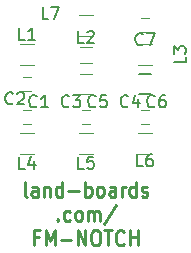
<source format=gto>
G04 #@! TF.FileFunction,Legend,Top*
%FSLAX46Y46*%
G04 Gerber Fmt 4.6, Leading zero omitted, Abs format (unit mm)*
G04 Created by KiCad (PCBNEW (after 2015-mar-04 BZR unknown)-product) date 4/20/2017 4:49:57 PM*
%MOMM*%
G01*
G04 APERTURE LIST*
%ADD10C,0.150000*%
%ADD11C,0.285750*%
%ADD12C,0.120000*%
%ADD13C,0.152400*%
G04 APERTURE END LIST*
D10*
D11*
X8992572Y-17010774D02*
X8883714Y-16950298D01*
X8829286Y-16829345D01*
X8829286Y-15740774D01*
X9917857Y-17010774D02*
X9917857Y-16345536D01*
X9863428Y-16224583D01*
X9754571Y-16164107D01*
X9536857Y-16164107D01*
X9428000Y-16224583D01*
X9917857Y-16950298D02*
X9809000Y-17010774D01*
X9536857Y-17010774D01*
X9428000Y-16950298D01*
X9373571Y-16829345D01*
X9373571Y-16708393D01*
X9428000Y-16587440D01*
X9536857Y-16526964D01*
X9809000Y-16526964D01*
X9917857Y-16466488D01*
X10462143Y-16164107D02*
X10462143Y-17010774D01*
X10462143Y-16285060D02*
X10516571Y-16224583D01*
X10625429Y-16164107D01*
X10788714Y-16164107D01*
X10897571Y-16224583D01*
X10952000Y-16345536D01*
X10952000Y-17010774D01*
X11986143Y-17010774D02*
X11986143Y-15740774D01*
X11986143Y-16950298D02*
X11877286Y-17010774D01*
X11659572Y-17010774D01*
X11550714Y-16950298D01*
X11496286Y-16889821D01*
X11441857Y-16768869D01*
X11441857Y-16406012D01*
X11496286Y-16285060D01*
X11550714Y-16224583D01*
X11659572Y-16164107D01*
X11877286Y-16164107D01*
X11986143Y-16224583D01*
X12530429Y-16526964D02*
X13401286Y-16526964D01*
X13945572Y-17010774D02*
X13945572Y-15740774D01*
X13945572Y-16224583D02*
X14054429Y-16164107D01*
X14272143Y-16164107D01*
X14381000Y-16224583D01*
X14435429Y-16285060D01*
X14489858Y-16406012D01*
X14489858Y-16768869D01*
X14435429Y-16889821D01*
X14381000Y-16950298D01*
X14272143Y-17010774D01*
X14054429Y-17010774D01*
X13945572Y-16950298D01*
X15143001Y-17010774D02*
X15034143Y-16950298D01*
X14979715Y-16889821D01*
X14925286Y-16768869D01*
X14925286Y-16406012D01*
X14979715Y-16285060D01*
X15034143Y-16224583D01*
X15143001Y-16164107D01*
X15306286Y-16164107D01*
X15415143Y-16224583D01*
X15469572Y-16285060D01*
X15524001Y-16406012D01*
X15524001Y-16768869D01*
X15469572Y-16889821D01*
X15415143Y-16950298D01*
X15306286Y-17010774D01*
X15143001Y-17010774D01*
X16503715Y-17010774D02*
X16503715Y-16345536D01*
X16449286Y-16224583D01*
X16340429Y-16164107D01*
X16122715Y-16164107D01*
X16013858Y-16224583D01*
X16503715Y-16950298D02*
X16394858Y-17010774D01*
X16122715Y-17010774D01*
X16013858Y-16950298D01*
X15959429Y-16829345D01*
X15959429Y-16708393D01*
X16013858Y-16587440D01*
X16122715Y-16526964D01*
X16394858Y-16526964D01*
X16503715Y-16466488D01*
X17048001Y-17010774D02*
X17048001Y-16164107D01*
X17048001Y-16406012D02*
X17102429Y-16285060D01*
X17156858Y-16224583D01*
X17265715Y-16164107D01*
X17374572Y-16164107D01*
X18245429Y-17010774D02*
X18245429Y-15740774D01*
X18245429Y-16950298D02*
X18136572Y-17010774D01*
X17918858Y-17010774D01*
X17810000Y-16950298D01*
X17755572Y-16889821D01*
X17701143Y-16768869D01*
X17701143Y-16406012D01*
X17755572Y-16285060D01*
X17810000Y-16224583D01*
X17918858Y-16164107D01*
X18136572Y-16164107D01*
X18245429Y-16224583D01*
X18735286Y-16950298D02*
X18844143Y-17010774D01*
X19061858Y-17010774D01*
X19170715Y-16950298D01*
X19225143Y-16829345D01*
X19225143Y-16768869D01*
X19170715Y-16647917D01*
X19061858Y-16587440D01*
X18898572Y-16587440D01*
X18789715Y-16526964D01*
X18735286Y-16406012D01*
X18735286Y-16345536D01*
X18789715Y-16224583D01*
X18898572Y-16164107D01*
X19061858Y-16164107D01*
X19170715Y-16224583D01*
X11632357Y-18953571D02*
X11686785Y-19014048D01*
X11632357Y-19074524D01*
X11577928Y-19014048D01*
X11632357Y-18953571D01*
X11632357Y-19074524D01*
X12666500Y-19014048D02*
X12557643Y-19074524D01*
X12339929Y-19074524D01*
X12231071Y-19014048D01*
X12176643Y-18953571D01*
X12122214Y-18832619D01*
X12122214Y-18469762D01*
X12176643Y-18348810D01*
X12231071Y-18288333D01*
X12339929Y-18227857D01*
X12557643Y-18227857D01*
X12666500Y-18288333D01*
X13319643Y-19074524D02*
X13210785Y-19014048D01*
X13156357Y-18953571D01*
X13101928Y-18832619D01*
X13101928Y-18469762D01*
X13156357Y-18348810D01*
X13210785Y-18288333D01*
X13319643Y-18227857D01*
X13482928Y-18227857D01*
X13591785Y-18288333D01*
X13646214Y-18348810D01*
X13700643Y-18469762D01*
X13700643Y-18832619D01*
X13646214Y-18953571D01*
X13591785Y-19014048D01*
X13482928Y-19074524D01*
X13319643Y-19074524D01*
X14190500Y-19074524D02*
X14190500Y-18227857D01*
X14190500Y-18348810D02*
X14244928Y-18288333D01*
X14353786Y-18227857D01*
X14517071Y-18227857D01*
X14625928Y-18288333D01*
X14680357Y-18409286D01*
X14680357Y-19074524D01*
X14680357Y-18409286D02*
X14734786Y-18288333D01*
X14843643Y-18227857D01*
X15006928Y-18227857D01*
X15115786Y-18288333D01*
X15170214Y-18409286D01*
X15170214Y-19074524D01*
X16530928Y-17744048D02*
X15551214Y-19376905D01*
X9999500Y-20473036D02*
X9618500Y-20473036D01*
X9618500Y-21138274D02*
X9618500Y-19868274D01*
X10162786Y-19868274D01*
X10598214Y-21138274D02*
X10598214Y-19868274D01*
X10979214Y-20775417D01*
X11360214Y-19868274D01*
X11360214Y-21138274D01*
X11904500Y-20654464D02*
X12775357Y-20654464D01*
X13319643Y-21138274D02*
X13319643Y-19868274D01*
X13972786Y-21138274D01*
X13972786Y-19868274D01*
X14734786Y-19868274D02*
X14952500Y-19868274D01*
X15061358Y-19928750D01*
X15170215Y-20049702D01*
X15224643Y-20291607D01*
X15224643Y-20714940D01*
X15170215Y-20956845D01*
X15061358Y-21077798D01*
X14952500Y-21138274D01*
X14734786Y-21138274D01*
X14625929Y-21077798D01*
X14517072Y-20956845D01*
X14462643Y-20714940D01*
X14462643Y-20291607D01*
X14517072Y-20049702D01*
X14625929Y-19928750D01*
X14734786Y-19868274D01*
X15551215Y-19868274D02*
X16204358Y-19868274D01*
X15877787Y-21138274D02*
X15877787Y-19868274D01*
X17238501Y-21017321D02*
X17184072Y-21077798D01*
X17020786Y-21138274D01*
X16911929Y-21138274D01*
X16748644Y-21077798D01*
X16639786Y-20956845D01*
X16585358Y-20835893D01*
X16530929Y-20593988D01*
X16530929Y-20412560D01*
X16585358Y-20170655D01*
X16639786Y-20049702D01*
X16748644Y-19928750D01*
X16911929Y-19868274D01*
X17020786Y-19868274D01*
X17184072Y-19928750D01*
X17238501Y-19989226D01*
X17728358Y-21138274D02*
X17728358Y-19868274D01*
X17728358Y-20473036D02*
X18381501Y-20473036D01*
X18381501Y-21138274D02*
X18381501Y-19868274D01*
D10*
X18500000Y-8350000D02*
X19500000Y-8350000D01*
X19500000Y-6650000D02*
X18500000Y-6650000D01*
D12*
X9600000Y-5880000D02*
X8400000Y-5880000D01*
X8400000Y-4120000D02*
X9600000Y-4120000D01*
X19600000Y-5880000D02*
X18400000Y-5880000D01*
X18400000Y-4120000D02*
X19600000Y-4120000D01*
X8400000Y-11620000D02*
X9600000Y-11620000D01*
X9600000Y-13380000D02*
X8400000Y-13380000D01*
X13400000Y-11620000D02*
X14600000Y-11620000D01*
X14600000Y-13380000D02*
X13400000Y-13380000D01*
X18400000Y-11620000D02*
X19600000Y-11620000D01*
X19600000Y-13380000D02*
X18400000Y-13380000D01*
X13400000Y-1620000D02*
X14600000Y-1620000D01*
X14600000Y-3380000D02*
X13400000Y-3380000D01*
X13500000Y-8350000D02*
X14500000Y-8350000D01*
X14500000Y-6650000D02*
X13500000Y-6650000D01*
X8650000Y-9650000D02*
X9350000Y-9650000D01*
X9350000Y-10850000D02*
X8650000Y-10850000D01*
X9350000Y-8100000D02*
X8650000Y-8100000D01*
X8650000Y-6900000D02*
X9350000Y-6900000D01*
X13650000Y-9650000D02*
X14350000Y-9650000D01*
X14350000Y-10850000D02*
X13650000Y-10850000D01*
X18650000Y-9650000D02*
X19350000Y-9650000D01*
X19350000Y-10850000D02*
X18650000Y-10850000D01*
X19350000Y-3100000D02*
X18650000Y-3100000D01*
X18650000Y-1900000D02*
X19350000Y-1900000D01*
X14500000Y-5680000D02*
X13500000Y-5680000D01*
X13500000Y-4320000D02*
X14500000Y-4320000D01*
D13*
X17580667Y-9362857D02*
X17532286Y-9411238D01*
X17387143Y-9459619D01*
X17290381Y-9459619D01*
X17145239Y-9411238D01*
X17048477Y-9314476D01*
X17000096Y-9217714D01*
X16951715Y-9024190D01*
X16951715Y-8879048D01*
X17000096Y-8685524D01*
X17048477Y-8588762D01*
X17145239Y-8492000D01*
X17290381Y-8443619D01*
X17387143Y-8443619D01*
X17532286Y-8492000D01*
X17580667Y-8540381D01*
X18451524Y-8782286D02*
X18451524Y-9459619D01*
X18209620Y-8395238D02*
X17967715Y-9120952D01*
X18596667Y-9120952D01*
X8830667Y-3759619D02*
X8346858Y-3759619D01*
X8346858Y-2743619D01*
X9701524Y-3759619D02*
X9120953Y-3759619D01*
X9411239Y-3759619D02*
X9411239Y-2743619D01*
X9314477Y-2888762D01*
X9217715Y-2985524D01*
X9120953Y-3033905D01*
X22459619Y-5169333D02*
X22459619Y-5653142D01*
X21443619Y-5653142D01*
X21443619Y-4927428D02*
X21443619Y-4298476D01*
X21830667Y-4637142D01*
X21830667Y-4492000D01*
X21879048Y-4395238D01*
X21927429Y-4346857D01*
X22024190Y-4298476D01*
X22266095Y-4298476D01*
X22362857Y-4346857D01*
X22411238Y-4395238D01*
X22459619Y-4492000D01*
X22459619Y-4782285D01*
X22411238Y-4879047D01*
X22362857Y-4927428D01*
X8830667Y-14659619D02*
X8346858Y-14659619D01*
X8346858Y-13643619D01*
X9604762Y-13982286D02*
X9604762Y-14659619D01*
X9362858Y-13595238D02*
X9120953Y-14320952D01*
X9749905Y-14320952D01*
X13830667Y-14659619D02*
X13346858Y-14659619D01*
X13346858Y-13643619D01*
X14653143Y-13643619D02*
X14169334Y-13643619D01*
X14120953Y-14127429D01*
X14169334Y-14079048D01*
X14266096Y-14030667D01*
X14508000Y-14030667D01*
X14604762Y-14079048D01*
X14653143Y-14127429D01*
X14701524Y-14224190D01*
X14701524Y-14466095D01*
X14653143Y-14562857D01*
X14604762Y-14611238D01*
X14508000Y-14659619D01*
X14266096Y-14659619D01*
X14169334Y-14611238D01*
X14120953Y-14562857D01*
X18830667Y-14459619D02*
X18346858Y-14459619D01*
X18346858Y-13443619D01*
X19604762Y-13443619D02*
X19411239Y-13443619D01*
X19314477Y-13492000D01*
X19266096Y-13540381D01*
X19169334Y-13685524D01*
X19120953Y-13879048D01*
X19120953Y-14266095D01*
X19169334Y-14362857D01*
X19217715Y-14411238D01*
X19314477Y-14459619D01*
X19508000Y-14459619D01*
X19604762Y-14411238D01*
X19653143Y-14362857D01*
X19701524Y-14266095D01*
X19701524Y-14024190D01*
X19653143Y-13927429D01*
X19604762Y-13879048D01*
X19508000Y-13830667D01*
X19314477Y-13830667D01*
X19217715Y-13879048D01*
X19169334Y-13927429D01*
X19120953Y-14024190D01*
X10830667Y-1959619D02*
X10346858Y-1959619D01*
X10346858Y-943619D01*
X11072572Y-943619D02*
X11749905Y-943619D01*
X11314477Y-1959619D01*
X12580667Y-9362857D02*
X12532286Y-9411238D01*
X12387143Y-9459619D01*
X12290381Y-9459619D01*
X12145239Y-9411238D01*
X12048477Y-9314476D01*
X12000096Y-9217714D01*
X11951715Y-9024190D01*
X11951715Y-8879048D01*
X12000096Y-8685524D01*
X12048477Y-8588762D01*
X12145239Y-8492000D01*
X12290381Y-8443619D01*
X12387143Y-8443619D01*
X12532286Y-8492000D01*
X12580667Y-8540381D01*
X12919334Y-8443619D02*
X13548286Y-8443619D01*
X13209620Y-8830667D01*
X13354762Y-8830667D01*
X13451524Y-8879048D01*
X13499905Y-8927429D01*
X13548286Y-9024190D01*
X13548286Y-9266095D01*
X13499905Y-9362857D01*
X13451524Y-9411238D01*
X13354762Y-9459619D01*
X13064477Y-9459619D01*
X12967715Y-9411238D01*
X12919334Y-9362857D01*
X9830667Y-9362857D02*
X9782286Y-9411238D01*
X9637143Y-9459619D01*
X9540381Y-9459619D01*
X9395239Y-9411238D01*
X9298477Y-9314476D01*
X9250096Y-9217714D01*
X9201715Y-9024190D01*
X9201715Y-8879048D01*
X9250096Y-8685524D01*
X9298477Y-8588762D01*
X9395239Y-8492000D01*
X9540381Y-8443619D01*
X9637143Y-8443619D01*
X9782286Y-8492000D01*
X9830667Y-8540381D01*
X10798286Y-9459619D02*
X10217715Y-9459619D01*
X10508001Y-9459619D02*
X10508001Y-8443619D01*
X10411239Y-8588762D01*
X10314477Y-8685524D01*
X10217715Y-8733905D01*
X7830667Y-9112857D02*
X7782286Y-9161238D01*
X7637143Y-9209619D01*
X7540381Y-9209619D01*
X7395239Y-9161238D01*
X7298477Y-9064476D01*
X7250096Y-8967714D01*
X7201715Y-8774190D01*
X7201715Y-8629048D01*
X7250096Y-8435524D01*
X7298477Y-8338762D01*
X7395239Y-8242000D01*
X7540381Y-8193619D01*
X7637143Y-8193619D01*
X7782286Y-8242000D01*
X7830667Y-8290381D01*
X8217715Y-8290381D02*
X8266096Y-8242000D01*
X8362858Y-8193619D01*
X8604762Y-8193619D01*
X8701524Y-8242000D01*
X8749905Y-8290381D01*
X8798286Y-8387143D01*
X8798286Y-8483905D01*
X8749905Y-8629048D01*
X8169334Y-9209619D01*
X8798286Y-9209619D01*
X14830667Y-9362857D02*
X14782286Y-9411238D01*
X14637143Y-9459619D01*
X14540381Y-9459619D01*
X14395239Y-9411238D01*
X14298477Y-9314476D01*
X14250096Y-9217714D01*
X14201715Y-9024190D01*
X14201715Y-8879048D01*
X14250096Y-8685524D01*
X14298477Y-8588762D01*
X14395239Y-8492000D01*
X14540381Y-8443619D01*
X14637143Y-8443619D01*
X14782286Y-8492000D01*
X14830667Y-8540381D01*
X15749905Y-8443619D02*
X15266096Y-8443619D01*
X15217715Y-8927429D01*
X15266096Y-8879048D01*
X15362858Y-8830667D01*
X15604762Y-8830667D01*
X15701524Y-8879048D01*
X15749905Y-8927429D01*
X15798286Y-9024190D01*
X15798286Y-9266095D01*
X15749905Y-9362857D01*
X15701524Y-9411238D01*
X15604762Y-9459619D01*
X15362858Y-9459619D01*
X15266096Y-9411238D01*
X15217715Y-9362857D01*
X19830667Y-9362857D02*
X19782286Y-9411238D01*
X19637143Y-9459619D01*
X19540381Y-9459619D01*
X19395239Y-9411238D01*
X19298477Y-9314476D01*
X19250096Y-9217714D01*
X19201715Y-9024190D01*
X19201715Y-8879048D01*
X19250096Y-8685524D01*
X19298477Y-8588762D01*
X19395239Y-8492000D01*
X19540381Y-8443619D01*
X19637143Y-8443619D01*
X19782286Y-8492000D01*
X19830667Y-8540381D01*
X20701524Y-8443619D02*
X20508001Y-8443619D01*
X20411239Y-8492000D01*
X20362858Y-8540381D01*
X20266096Y-8685524D01*
X20217715Y-8879048D01*
X20217715Y-9266095D01*
X20266096Y-9362857D01*
X20314477Y-9411238D01*
X20411239Y-9459619D01*
X20604762Y-9459619D01*
X20701524Y-9411238D01*
X20749905Y-9362857D01*
X20798286Y-9266095D01*
X20798286Y-9024190D01*
X20749905Y-8927429D01*
X20701524Y-8879048D01*
X20604762Y-8830667D01*
X20411239Y-8830667D01*
X20314477Y-8879048D01*
X20266096Y-8927429D01*
X20217715Y-9024190D01*
X18830667Y-4112857D02*
X18782286Y-4161238D01*
X18637143Y-4209619D01*
X18540381Y-4209619D01*
X18395239Y-4161238D01*
X18298477Y-4064476D01*
X18250096Y-3967714D01*
X18201715Y-3774190D01*
X18201715Y-3629048D01*
X18250096Y-3435524D01*
X18298477Y-3338762D01*
X18395239Y-3242000D01*
X18540381Y-3193619D01*
X18637143Y-3193619D01*
X18782286Y-3242000D01*
X18830667Y-3290381D01*
X19169334Y-3193619D02*
X19846667Y-3193619D01*
X19411239Y-4209619D01*
D10*
X13833334Y-4002381D02*
X13357143Y-4002381D01*
X13357143Y-3002381D01*
X14119048Y-3097619D02*
X14166667Y-3050000D01*
X14261905Y-3002381D01*
X14500001Y-3002381D01*
X14595239Y-3050000D01*
X14642858Y-3097619D01*
X14690477Y-3192857D01*
X14690477Y-3288095D01*
X14642858Y-3430952D01*
X14071429Y-4002381D01*
X14690477Y-4002381D01*
M02*

</source>
